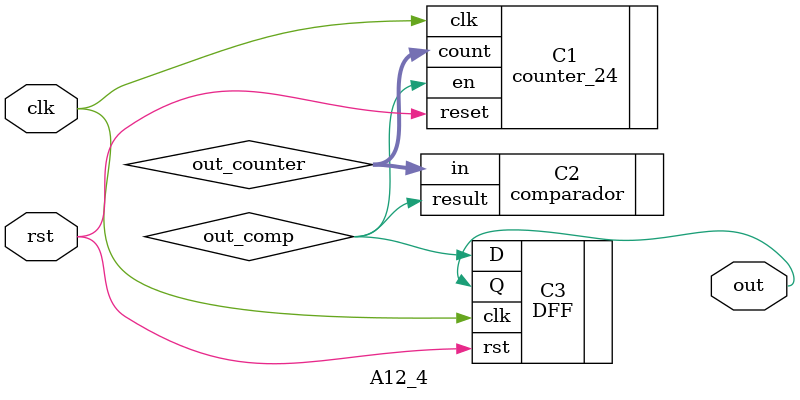
<source format=v>
module A12_4 (
    input clk,rst,
    output out

);

wire out_comp;
wire [23:0] out_counter;


comparador #(.CONST(10), .WIDTH(24))    C2  (.in(out_counter),.result(out_comp));
counter_24 #(.W(24))                    C1  (.clk(clk),.reset(rst),.en(out_comp),.count(out_counter));
DFF                                     C3  (.clk(clk),.rst(rst),.D(out_comp),.Q(out));

endmodule
</source>
